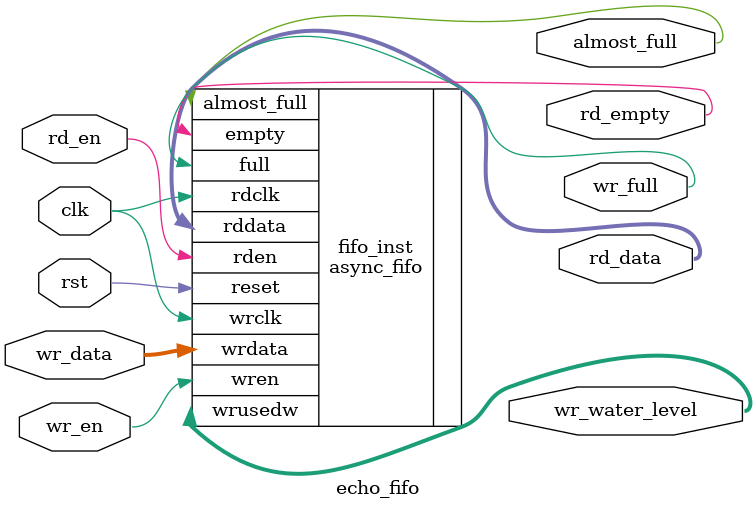
<source format=v>
module echo_fifo (
  input clk,
  input rst,
  input wr_en,
  input [15:0] wr_data,
  output wr_full,
  output almost_full,
  output [14:0] wr_water_level,
  input rd_en,
  output [15:0] rd_data,
  output rd_empty
);

// Ê¹ÓÃ16Î»¿í¶È£¬32768Éî¶ÈµÄFIFOÒÔ»ñµÃ×ã¹»µÄÑÓ³Ù
async_fifo #(
  .DATA_WIDTH(16),
  .ADDR_WIDTH(15),  // 2^15 = 32768
  .FULL_AHEAD(1),
  .SHOWAHEAD_EN(1)
) fifo_inst (
  .reset(rst),
  // Ð´¶Ë¿Ú
  .wrclk(clk),
  .wren(wr_en),
  .wrdata(wr_data),
  .full(wr_full),
  .almost_full(almost_full),
  .wrusedw(wr_water_level),
  // ¶Á¶Ë¿Ú
  .rdclk(clk),
  .rden(rd_en),
  .rddata(rd_data),
  .empty(rd_empty)
);

endmodule
</source>
